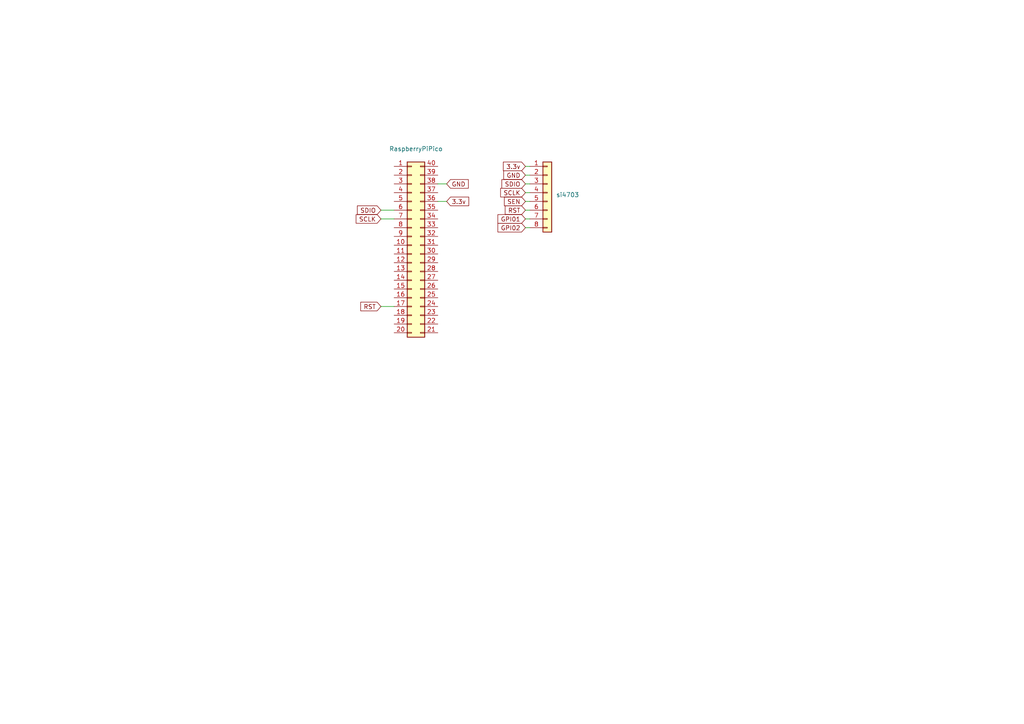
<source format=kicad_sch>
(kicad_sch (version 20230121) (generator eeschema)

  (uuid f756c55a-e355-4b82-a8b4-fc09d6ac3dbb)

  (paper "A4")

  (title_block
    (title "Raspberry Pi Pico RDS")
    (date "2024-12-26")
    (rev "1.0")
    (company "SA6HBR")
  )

  (lib_symbols
    (symbol "Connector_Generic:Conn_01x08" (pin_names (offset 1.016) hide) (in_bom yes) (on_board yes)
      (property "Reference" "J" (at 0 10.16 0)
        (effects (font (size 1.27 1.27)))
      )
      (property "Value" "Conn_01x08" (at 0 -12.7 0)
        (effects (font (size 1.27 1.27)))
      )
      (property "Footprint" "" (at 0 0 0)
        (effects (font (size 1.27 1.27)) hide)
      )
      (property "Datasheet" "~" (at 0 0 0)
        (effects (font (size 1.27 1.27)) hide)
      )
      (property "ki_keywords" "connector" (at 0 0 0)
        (effects (font (size 1.27 1.27)) hide)
      )
      (property "ki_description" "Generic connector, single row, 01x08, script generated (kicad-library-utils/schlib/autogen/connector/)" (at 0 0 0)
        (effects (font (size 1.27 1.27)) hide)
      )
      (property "ki_fp_filters" "Connector*:*_1x??_*" (at 0 0 0)
        (effects (font (size 1.27 1.27)) hide)
      )
      (symbol "Conn_01x08_1_1"
        (rectangle (start -1.27 -10.033) (end 0 -10.287)
          (stroke (width 0.1524) (type default))
          (fill (type none))
        )
        (rectangle (start -1.27 -7.493) (end 0 -7.747)
          (stroke (width 0.1524) (type default))
          (fill (type none))
        )
        (rectangle (start -1.27 -4.953) (end 0 -5.207)
          (stroke (width 0.1524) (type default))
          (fill (type none))
        )
        (rectangle (start -1.27 -2.413) (end 0 -2.667)
          (stroke (width 0.1524) (type default))
          (fill (type none))
        )
        (rectangle (start -1.27 0.127) (end 0 -0.127)
          (stroke (width 0.1524) (type default))
          (fill (type none))
        )
        (rectangle (start -1.27 2.667) (end 0 2.413)
          (stroke (width 0.1524) (type default))
          (fill (type none))
        )
        (rectangle (start -1.27 5.207) (end 0 4.953)
          (stroke (width 0.1524) (type default))
          (fill (type none))
        )
        (rectangle (start -1.27 7.747) (end 0 7.493)
          (stroke (width 0.1524) (type default))
          (fill (type none))
        )
        (rectangle (start -1.27 8.89) (end 1.27 -11.43)
          (stroke (width 0.254) (type default))
          (fill (type background))
        )
        (pin passive line (at -5.08 7.62 0) (length 3.81)
          (name "Pin_1" (effects (font (size 1.27 1.27))))
          (number "1" (effects (font (size 1.27 1.27))))
        )
        (pin passive line (at -5.08 5.08 0) (length 3.81)
          (name "Pin_2" (effects (font (size 1.27 1.27))))
          (number "2" (effects (font (size 1.27 1.27))))
        )
        (pin passive line (at -5.08 2.54 0) (length 3.81)
          (name "Pin_3" (effects (font (size 1.27 1.27))))
          (number "3" (effects (font (size 1.27 1.27))))
        )
        (pin passive line (at -5.08 0 0) (length 3.81)
          (name "Pin_4" (effects (font (size 1.27 1.27))))
          (number "4" (effects (font (size 1.27 1.27))))
        )
        (pin passive line (at -5.08 -2.54 0) (length 3.81)
          (name "Pin_5" (effects (font (size 1.27 1.27))))
          (number "5" (effects (font (size 1.27 1.27))))
        )
        (pin passive line (at -5.08 -5.08 0) (length 3.81)
          (name "Pin_6" (effects (font (size 1.27 1.27))))
          (number "6" (effects (font (size 1.27 1.27))))
        )
        (pin passive line (at -5.08 -7.62 0) (length 3.81)
          (name "Pin_7" (effects (font (size 1.27 1.27))))
          (number "7" (effects (font (size 1.27 1.27))))
        )
        (pin passive line (at -5.08 -10.16 0) (length 3.81)
          (name "Pin_8" (effects (font (size 1.27 1.27))))
          (number "8" (effects (font (size 1.27 1.27))))
        )
      )
    )
    (symbol "Connector_Generic:Conn_02x20_Counter_Clockwise" (pin_names (offset 1.016) hide) (in_bom yes) (on_board yes)
      (property "Reference" "J" (at 1.27 25.4 0)
        (effects (font (size 1.27 1.27)))
      )
      (property "Value" "Conn_02x20_Counter_Clockwise" (at 1.27 -27.94 0)
        (effects (font (size 1.27 1.27)))
      )
      (property "Footprint" "" (at 0 0 0)
        (effects (font (size 1.27 1.27)) hide)
      )
      (property "Datasheet" "~" (at 0 0 0)
        (effects (font (size 1.27 1.27)) hide)
      )
      (property "ki_keywords" "connector" (at 0 0 0)
        (effects (font (size 1.27 1.27)) hide)
      )
      (property "ki_description" "Generic connector, double row, 02x20, counter clockwise pin numbering scheme (similar to DIP package numbering), script generated (kicad-library-utils/schlib/autogen/connector/)" (at 0 0 0)
        (effects (font (size 1.27 1.27)) hide)
      )
      (property "ki_fp_filters" "Connector*:*_2x??_*" (at 0 0 0)
        (effects (font (size 1.27 1.27)) hide)
      )
      (symbol "Conn_02x20_Counter_Clockwise_1_1"
        (rectangle (start -1.27 -25.273) (end 0 -25.527)
          (stroke (width 0.1524) (type default))
          (fill (type none))
        )
        (rectangle (start -1.27 -22.733) (end 0 -22.987)
          (stroke (width 0.1524) (type default))
          (fill (type none))
        )
        (rectangle (start -1.27 -20.193) (end 0 -20.447)
          (stroke (width 0.1524) (type default))
          (fill (type none))
        )
        (rectangle (start -1.27 -17.653) (end 0 -17.907)
          (stroke (width 0.1524) (type default))
          (fill (type none))
        )
        (rectangle (start -1.27 -15.113) (end 0 -15.367)
          (stroke (width 0.1524) (type default))
          (fill (type none))
        )
        (rectangle (start -1.27 -12.573) (end 0 -12.827)
          (stroke (width 0.1524) (type default))
          (fill (type none))
        )
        (rectangle (start -1.27 -10.033) (end 0 -10.287)
          (stroke (width 0.1524) (type default))
          (fill (type none))
        )
        (rectangle (start -1.27 -7.493) (end 0 -7.747)
          (stroke (width 0.1524) (type default))
          (fill (type none))
        )
        (rectangle (start -1.27 -4.953) (end 0 -5.207)
          (stroke (width 0.1524) (type default))
          (fill (type none))
        )
        (rectangle (start -1.27 -2.413) (end 0 -2.667)
          (stroke (width 0.1524) (type default))
          (fill (type none))
        )
        (rectangle (start -1.27 0.127) (end 0 -0.127)
          (stroke (width 0.1524) (type default))
          (fill (type none))
        )
        (rectangle (start -1.27 2.667) (end 0 2.413)
          (stroke (width 0.1524) (type default))
          (fill (type none))
        )
        (rectangle (start -1.27 5.207) (end 0 4.953)
          (stroke (width 0.1524) (type default))
          (fill (type none))
        )
        (rectangle (start -1.27 7.747) (end 0 7.493)
          (stroke (width 0.1524) (type default))
          (fill (type none))
        )
        (rectangle (start -1.27 10.287) (end 0 10.033)
          (stroke (width 0.1524) (type default))
          (fill (type none))
        )
        (rectangle (start -1.27 12.827) (end 0 12.573)
          (stroke (width 0.1524) (type default))
          (fill (type none))
        )
        (rectangle (start -1.27 15.367) (end 0 15.113)
          (stroke (width 0.1524) (type default))
          (fill (type none))
        )
        (rectangle (start -1.27 17.907) (end 0 17.653)
          (stroke (width 0.1524) (type default))
          (fill (type none))
        )
        (rectangle (start -1.27 20.447) (end 0 20.193)
          (stroke (width 0.1524) (type default))
          (fill (type none))
        )
        (rectangle (start -1.27 22.987) (end 0 22.733)
          (stroke (width 0.1524) (type default))
          (fill (type none))
        )
        (rectangle (start -1.27 24.13) (end 3.81 -26.67)
          (stroke (width 0.254) (type default))
          (fill (type background))
        )
        (rectangle (start 3.81 -25.273) (end 2.54 -25.527)
          (stroke (width 0.1524) (type default))
          (fill (type none))
        )
        (rectangle (start 3.81 -22.733) (end 2.54 -22.987)
          (stroke (width 0.1524) (type default))
          (fill (type none))
        )
        (rectangle (start 3.81 -20.193) (end 2.54 -20.447)
          (stroke (width 0.1524) (type default))
          (fill (type none))
        )
        (rectangle (start 3.81 -17.653) (end 2.54 -17.907)
          (stroke (width 0.1524) (type default))
          (fill (type none))
        )
        (rectangle (start 3.81 -15.113) (end 2.54 -15.367)
          (stroke (width 0.1524) (type default))
          (fill (type none))
        )
        (rectangle (start 3.81 -12.573) (end 2.54 -12.827)
          (stroke (width 0.1524) (type default))
          (fill (type none))
        )
        (rectangle (start 3.81 -10.033) (end 2.54 -10.287)
          (stroke (width 0.1524) (type default))
          (fill (type none))
        )
        (rectangle (start 3.81 -7.493) (end 2.54 -7.747)
          (stroke (width 0.1524) (type default))
          (fill (type none))
        )
        (rectangle (start 3.81 -4.953) (end 2.54 -5.207)
          (stroke (width 0.1524) (type default))
          (fill (type none))
        )
        (rectangle (start 3.81 -2.413) (end 2.54 -2.667)
          (stroke (width 0.1524) (type default))
          (fill (type none))
        )
        (rectangle (start 3.81 0.127) (end 2.54 -0.127)
          (stroke (width 0.1524) (type default))
          (fill (type none))
        )
        (rectangle (start 3.81 2.667) (end 2.54 2.413)
          (stroke (width 0.1524) (type default))
          (fill (type none))
        )
        (rectangle (start 3.81 5.207) (end 2.54 4.953)
          (stroke (width 0.1524) (type default))
          (fill (type none))
        )
        (rectangle (start 3.81 7.747) (end 2.54 7.493)
          (stroke (width 0.1524) (type default))
          (fill (type none))
        )
        (rectangle (start 3.81 10.287) (end 2.54 10.033)
          (stroke (width 0.1524) (type default))
          (fill (type none))
        )
        (rectangle (start 3.81 12.827) (end 2.54 12.573)
          (stroke (width 0.1524) (type default))
          (fill (type none))
        )
        (rectangle (start 3.81 15.367) (end 2.54 15.113)
          (stroke (width 0.1524) (type default))
          (fill (type none))
        )
        (rectangle (start 3.81 17.907) (end 2.54 17.653)
          (stroke (width 0.1524) (type default))
          (fill (type none))
        )
        (rectangle (start 3.81 20.447) (end 2.54 20.193)
          (stroke (width 0.1524) (type default))
          (fill (type none))
        )
        (rectangle (start 3.81 22.987) (end 2.54 22.733)
          (stroke (width 0.1524) (type default))
          (fill (type none))
        )
        (pin passive line (at -5.08 22.86 0) (length 3.81)
          (name "Pin_1" (effects (font (size 1.27 1.27))))
          (number "1" (effects (font (size 1.27 1.27))))
        )
        (pin passive line (at -5.08 0 0) (length 3.81)
          (name "Pin_10" (effects (font (size 1.27 1.27))))
          (number "10" (effects (font (size 1.27 1.27))))
        )
        (pin passive line (at -5.08 -2.54 0) (length 3.81)
          (name "Pin_11" (effects (font (size 1.27 1.27))))
          (number "11" (effects (font (size 1.27 1.27))))
        )
        (pin passive line (at -5.08 -5.08 0) (length 3.81)
          (name "Pin_12" (effects (font (size 1.27 1.27))))
          (number "12" (effects (font (size 1.27 1.27))))
        )
        (pin passive line (at -5.08 -7.62 0) (length 3.81)
          (name "Pin_13" (effects (font (size 1.27 1.27))))
          (number "13" (effects (font (size 1.27 1.27))))
        )
        (pin passive line (at -5.08 -10.16 0) (length 3.81)
          (name "Pin_14" (effects (font (size 1.27 1.27))))
          (number "14" (effects (font (size 1.27 1.27))))
        )
        (pin passive line (at -5.08 -12.7 0) (length 3.81)
          (name "Pin_15" (effects (font (size 1.27 1.27))))
          (number "15" (effects (font (size 1.27 1.27))))
        )
        (pin passive line (at -5.08 -15.24 0) (length 3.81)
          (name "Pin_16" (effects (font (size 1.27 1.27))))
          (number "16" (effects (font (size 1.27 1.27))))
        )
        (pin passive line (at -5.08 -17.78 0) (length 3.81)
          (name "Pin_17" (effects (font (size 1.27 1.27))))
          (number "17" (effects (font (size 1.27 1.27))))
        )
        (pin passive line (at -5.08 -20.32 0) (length 3.81)
          (name "Pin_18" (effects (font (size 1.27 1.27))))
          (number "18" (effects (font (size 1.27 1.27))))
        )
        (pin passive line (at -5.08 -22.86 0) (length 3.81)
          (name "Pin_19" (effects (font (size 1.27 1.27))))
          (number "19" (effects (font (size 1.27 1.27))))
        )
        (pin passive line (at -5.08 20.32 0) (length 3.81)
          (name "Pin_2" (effects (font (size 1.27 1.27))))
          (number "2" (effects (font (size 1.27 1.27))))
        )
        (pin passive line (at -5.08 -25.4 0) (length 3.81)
          (name "Pin_20" (effects (font (size 1.27 1.27))))
          (number "20" (effects (font (size 1.27 1.27))))
        )
        (pin passive line (at 7.62 -25.4 180) (length 3.81)
          (name "Pin_21" (effects (font (size 1.27 1.27))))
          (number "21" (effects (font (size 1.27 1.27))))
        )
        (pin passive line (at 7.62 -22.86 180) (length 3.81)
          (name "Pin_22" (effects (font (size 1.27 1.27))))
          (number "22" (effects (font (size 1.27 1.27))))
        )
        (pin passive line (at 7.62 -20.32 180) (length 3.81)
          (name "Pin_23" (effects (font (size 1.27 1.27))))
          (number "23" (effects (font (size 1.27 1.27))))
        )
        (pin passive line (at 7.62 -17.78 180) (length 3.81)
          (name "Pin_24" (effects (font (size 1.27 1.27))))
          (number "24" (effects (font (size 1.27 1.27))))
        )
        (pin passive line (at 7.62 -15.24 180) (length 3.81)
          (name "Pin_25" (effects (font (size 1.27 1.27))))
          (number "25" (effects (font (size 1.27 1.27))))
        )
        (pin passive line (at 7.62 -12.7 180) (length 3.81)
          (name "Pin_26" (effects (font (size 1.27 1.27))))
          (number "26" (effects (font (size 1.27 1.27))))
        )
        (pin passive line (at 7.62 -10.16 180) (length 3.81)
          (name "Pin_27" (effects (font (size 1.27 1.27))))
          (number "27" (effects (font (size 1.27 1.27))))
        )
        (pin passive line (at 7.62 -7.62 180) (length 3.81)
          (name "Pin_28" (effects (font (size 1.27 1.27))))
          (number "28" (effects (font (size 1.27 1.27))))
        )
        (pin passive line (at 7.62 -5.08 180) (length 3.81)
          (name "Pin_29" (effects (font (size 1.27 1.27))))
          (number "29" (effects (font (size 1.27 1.27))))
        )
        (pin passive line (at -5.08 17.78 0) (length 3.81)
          (name "Pin_3" (effects (font (size 1.27 1.27))))
          (number "3" (effects (font (size 1.27 1.27))))
        )
        (pin passive line (at 7.62 -2.54 180) (length 3.81)
          (name "Pin_30" (effects (font (size 1.27 1.27))))
          (number "30" (effects (font (size 1.27 1.27))))
        )
        (pin passive line (at 7.62 0 180) (length 3.81)
          (name "Pin_31" (effects (font (size 1.27 1.27))))
          (number "31" (effects (font (size 1.27 1.27))))
        )
        (pin passive line (at 7.62 2.54 180) (length 3.81)
          (name "Pin_32" (effects (font (size 1.27 1.27))))
          (number "32" (effects (font (size 1.27 1.27))))
        )
        (pin passive line (at 7.62 5.08 180) (length 3.81)
          (name "Pin_33" (effects (font (size 1.27 1.27))))
          (number "33" (effects (font (size 1.27 1.27))))
        )
        (pin passive line (at 7.62 7.62 180) (length 3.81)
          (name "Pin_34" (effects (font (size 1.27 1.27))))
          (number "34" (effects (font (size 1.27 1.27))))
        )
        (pin passive line (at 7.62 10.16 180) (length 3.81)
          (name "Pin_35" (effects (font (size 1.27 1.27))))
          (number "35" (effects (font (size 1.27 1.27))))
        )
        (pin passive line (at 7.62 12.7 180) (length 3.81)
          (name "Pin_36" (effects (font (size 1.27 1.27))))
          (number "36" (effects (font (size 1.27 1.27))))
        )
        (pin passive line (at 7.62 15.24 180) (length 3.81)
          (name "Pin_37" (effects (font (size 1.27 1.27))))
          (number "37" (effects (font (size 1.27 1.27))))
        )
        (pin passive line (at 7.62 17.78 180) (length 3.81)
          (name "Pin_38" (effects (font (size 1.27 1.27))))
          (number "38" (effects (font (size 1.27 1.27))))
        )
        (pin passive line (at 7.62 20.32 180) (length 3.81)
          (name "Pin_39" (effects (font (size 1.27 1.27))))
          (number "39" (effects (font (size 1.27 1.27))))
        )
        (pin passive line (at -5.08 15.24 0) (length 3.81)
          (name "Pin_4" (effects (font (size 1.27 1.27))))
          (number "4" (effects (font (size 1.27 1.27))))
        )
        (pin passive line (at 7.62 22.86 180) (length 3.81)
          (name "Pin_40" (effects (font (size 1.27 1.27))))
          (number "40" (effects (font (size 1.27 1.27))))
        )
        (pin passive line (at -5.08 12.7 0) (length 3.81)
          (name "Pin_5" (effects (font (size 1.27 1.27))))
          (number "5" (effects (font (size 1.27 1.27))))
        )
        (pin passive line (at -5.08 10.16 0) (length 3.81)
          (name "Pin_6" (effects (font (size 1.27 1.27))))
          (number "6" (effects (font (size 1.27 1.27))))
        )
        (pin passive line (at -5.08 7.62 0) (length 3.81)
          (name "Pin_7" (effects (font (size 1.27 1.27))))
          (number "7" (effects (font (size 1.27 1.27))))
        )
        (pin passive line (at -5.08 5.08 0) (length 3.81)
          (name "Pin_8" (effects (font (size 1.27 1.27))))
          (number "8" (effects (font (size 1.27 1.27))))
        )
        (pin passive line (at -5.08 2.54 0) (length 3.81)
          (name "Pin_9" (effects (font (size 1.27 1.27))))
          (number "9" (effects (font (size 1.27 1.27))))
        )
      )
    )
  )


  (wire (pts (xy 152.4 58.42) (xy 153.67 58.42))
    (stroke (width 0) (type default))
    (uuid 0cbf395b-948a-446b-b729-d5ea19bfefb6)
  )
  (wire (pts (xy 152.4 48.26) (xy 153.67 48.26))
    (stroke (width 0) (type default))
    (uuid 231e60dc-e40f-49d5-a0e1-326b2ea3e1f6)
  )
  (wire (pts (xy 127 58.42) (xy 129.54 58.42))
    (stroke (width 0) (type default))
    (uuid 24874bb0-3538-4864-a8cb-8877a7c5b725)
  )
  (wire (pts (xy 152.4 55.88) (xy 153.67 55.88))
    (stroke (width 0) (type default))
    (uuid 2a9e92f3-2bd7-4fe2-9f11-09ba85fb4af7)
  )
  (wire (pts (xy 127 53.34) (xy 129.54 53.34))
    (stroke (width 0) (type default))
    (uuid 2d542efa-9071-4850-9049-2e210e1f52ed)
  )
  (wire (pts (xy 152.4 66.04) (xy 153.67 66.04))
    (stroke (width 0) (type default))
    (uuid 59694395-6d0f-4cf2-8abf-7708cbd3e205)
  )
  (wire (pts (xy 110.49 63.5) (xy 114.3 63.5))
    (stroke (width 0) (type default))
    (uuid 609c46e6-bdf0-4d23-9b29-c19daa2a3a2a)
  )
  (wire (pts (xy 152.4 63.5) (xy 153.67 63.5))
    (stroke (width 0) (type default))
    (uuid 6861c056-7c40-441c-b258-36a459bd166d)
  )
  (wire (pts (xy 110.49 88.9) (xy 114.3 88.9))
    (stroke (width 0) (type default))
    (uuid 95b702c5-9857-41c6-8ebf-800adf374f35)
  )
  (wire (pts (xy 152.4 60.96) (xy 153.67 60.96))
    (stroke (width 0) (type default))
    (uuid a173995a-8f7c-4308-97ca-995e2b022722)
  )
  (wire (pts (xy 110.49 60.96) (xy 114.3 60.96))
    (stroke (width 0) (type default))
    (uuid d8f2d6b4-b6fb-4eec-a51f-e62dd1a9e6b1)
  )
  (wire (pts (xy 152.4 50.8) (xy 153.67 50.8))
    (stroke (width 0) (type default))
    (uuid df15937c-7c28-4b37-bcc9-9ce5d14b3bc9)
  )
  (wire (pts (xy 152.4 53.34) (xy 153.67 53.34))
    (stroke (width 0) (type default))
    (uuid f914bda1-28f5-493a-ae98-b0a0d72c6df2)
  )

  (global_label "SDIO" (shape input) (at 110.49 60.96 180) (fields_autoplaced)
    (effects (font (size 1.27 1.27)) (justify right))
    (uuid 2938557d-aed8-4f48-9efb-6026d20e9950)
    (property "Intersheetrefs" "${INTERSHEET_REFS}" (at 103.1694 60.96 0)
      (effects (font (size 1.27 1.27)) (justify right) hide)
    )
  )
  (global_label "GPI01" (shape input) (at 152.4 63.5 180) (fields_autoplaced)
    (effects (font (size 1.27 1.27)) (justify right))
    (uuid 3effd069-e520-4cab-bf6e-f09bc205caac)
    (property "Intersheetrefs" "${INTERSHEET_REFS}" (at 143.9304 63.5 0)
      (effects (font (size 1.27 1.27)) (justify right) hide)
    )
  )
  (global_label "GND" (shape input) (at 152.4 50.8 180) (fields_autoplaced)
    (effects (font (size 1.27 1.27)) (justify right))
    (uuid 3ff8dca4-a598-45af-ad5d-b54c7d7c071d)
    (property "Intersheetrefs" "${INTERSHEET_REFS}" (at 145.6237 50.8 0)
      (effects (font (size 1.27 1.27)) (justify right) hide)
    )
  )
  (global_label "SDIO" (shape input) (at 152.4 53.34 180) (fields_autoplaced)
    (effects (font (size 1.27 1.27)) (justify right))
    (uuid 5f5870d4-c60f-4a4b-ba81-d4f231920510)
    (property "Intersheetrefs" "${INTERSHEET_REFS}" (at 145.0794 53.34 0)
      (effects (font (size 1.27 1.27)) (justify right) hide)
    )
  )
  (global_label "3.3v" (shape input) (at 152.4 48.26 180) (fields_autoplaced)
    (effects (font (size 1.27 1.27)) (justify right))
    (uuid 80ea94e9-eb97-4fa8-b32f-b9677b2f1e68)
    (property "Intersheetrefs" "${INTERSHEET_REFS}" (at 145.5028 48.26 0)
      (effects (font (size 1.27 1.27)) (justify right) hide)
    )
  )
  (global_label "SEN" (shape input) (at 152.4 58.42 180) (fields_autoplaced)
    (effects (font (size 1.27 1.27)) (justify right))
    (uuid 93a9b122-46e3-4b10-8878-27d3f40211a6)
    (property "Intersheetrefs" "${INTERSHEET_REFS}" (at 145.8052 58.42 0)
      (effects (font (size 1.27 1.27)) (justify right) hide)
    )
  )
  (global_label "RST" (shape input) (at 152.4 60.96 180) (fields_autoplaced)
    (effects (font (size 1.27 1.27)) (justify right))
    (uuid a20effb2-9d42-49f3-a49d-39959abefb3c)
    (property "Intersheetrefs" "${INTERSHEET_REFS}" (at 146.0471 60.96 0)
      (effects (font (size 1.27 1.27)) (justify right) hide)
    )
  )
  (global_label "GPI02" (shape input) (at 152.4 66.04 180) (fields_autoplaced)
    (effects (font (size 1.27 1.27)) (justify right))
    (uuid bc011947-326b-411d-ab6e-9fbe18dfb544)
    (property "Intersheetrefs" "${INTERSHEET_REFS}" (at 143.9304 66.04 0)
      (effects (font (size 1.27 1.27)) (justify right) hide)
    )
  )
  (global_label "3.3v" (shape input) (at 129.54 58.42 0) (fields_autoplaced)
    (effects (font (size 1.27 1.27)) (justify left))
    (uuid be1e769f-af0a-4418-9dba-f3c619da0b37)
    (property "Intersheetrefs" "${INTERSHEET_REFS}" (at 136.4372 58.42 0)
      (effects (font (size 1.27 1.27)) (justify left) hide)
    )
  )
  (global_label "GND" (shape input) (at 129.54 53.34 0) (fields_autoplaced)
    (effects (font (size 1.27 1.27)) (justify left))
    (uuid cdd14687-d5f2-4d58-8299-51128f540067)
    (property "Intersheetrefs" "${INTERSHEET_REFS}" (at 136.3163 53.34 0)
      (effects (font (size 1.27 1.27)) (justify left) hide)
    )
  )
  (global_label "SCLK" (shape input) (at 110.49 63.5 180) (fields_autoplaced)
    (effects (font (size 1.27 1.27)) (justify right))
    (uuid e60dd4d4-53ec-4476-be53-fec71ee48ac1)
    (property "Intersheetrefs" "${INTERSHEET_REFS}" (at 102.8066 63.5 0)
      (effects (font (size 1.27 1.27)) (justify right) hide)
    )
  )
  (global_label "RST" (shape input) (at 110.49 88.9 180) (fields_autoplaced)
    (effects (font (size 1.27 1.27)) (justify right))
    (uuid f2493353-5fcc-45bf-99d5-e0ab12e7aec4)
    (property "Intersheetrefs" "${INTERSHEET_REFS}" (at 104.1371 88.9 0)
      (effects (font (size 1.27 1.27)) (justify right) hide)
    )
  )
  (global_label "SCLK" (shape input) (at 152.4 55.88 180) (fields_autoplaced)
    (effects (font (size 1.27 1.27)) (justify right))
    (uuid f829e89f-a872-44bb-bf64-2433d805f4c1)
    (property "Intersheetrefs" "${INTERSHEET_REFS}" (at 144.7166 55.88 0)
      (effects (font (size 1.27 1.27)) (justify right) hide)
    )
  )

  (symbol (lib_id "Connector_Generic:Conn_01x08") (at 158.75 55.88 0) (unit 1)
    (in_bom yes) (on_board yes) (dnp no) (fields_autoplaced)
    (uuid 194f068c-ff2d-43fb-9773-b3004a689f4a)
    (property "Reference" "si4703" (at 161.29 56.515 0)
      (effects (font (size 1.27 1.27)) (justify left))
    )
    (property "Value" "si4703" (at 161.29 59.055 0)
      (effects (font (size 1.27 1.27)) (justify left) hide)
    )
    (property "Footprint" "" (at 158.75 55.88 0)
      (effects (font (size 1.27 1.27)) hide)
    )
    (property "Datasheet" "~" (at 158.75 55.88 0)
      (effects (font (size 1.27 1.27)) hide)
    )
    (pin "1" (uuid a4748259-c26f-4752-8ed8-e55a9f5f370e))
    (pin "2" (uuid 442969f1-671b-4bff-b217-2aa5caf26e08))
    (pin "3" (uuid 50d58080-0a2f-431c-9580-f4e9c518607c))
    (pin "4" (uuid 97d1e618-b752-4284-afad-45b3866750d7))
    (pin "5" (uuid b941f7d4-eedb-48dc-ba96-41d94b62336b))
    (pin "6" (uuid 9a9dc7cb-11ac-4936-889e-26c879f8b24f))
    (pin "7" (uuid c791b862-e512-44c1-943c-8b37f0a4c38e))
    (pin "8" (uuid a848924a-2441-4646-97a0-729053efde54))
    (instances
      (project "raspberryPiPicoRDS"
        (path "/f756c55a-e355-4b82-a8b4-fc09d6ac3dbb"
          (reference "si4703") (unit 1)
        )
      )
    )
  )

  (symbol (lib_id "Connector_Generic:Conn_02x20_Counter_Clockwise") (at 119.38 71.12 0) (unit 1)
    (in_bom yes) (on_board yes) (dnp no) (fields_autoplaced)
    (uuid b5579cec-05d9-4c6b-a154-a12ea21d7637)
    (property "Reference" "RaspberryPiPico" (at 120.65 43.18 0)
      (effects (font (size 1.27 1.27)))
    )
    (property "Value" "RaspberryPiPico" (at 120.65 45.72 0)
      (effects (font (size 1.27 1.27)) hide)
    )
    (property "Footprint" "" (at 119.38 71.12 0)
      (effects (font (size 1.27 1.27)) hide)
    )
    (property "Datasheet" "~" (at 119.38 71.12 0)
      (effects (font (size 1.27 1.27)) hide)
    )
    (pin "1" (uuid d51b076e-b7f5-4b86-a391-937a98aebc3a))
    (pin "10" (uuid e003b2d4-5108-45b0-9746-36981ae3d71e))
    (pin "11" (uuid 8dff05d8-e620-47e2-b032-ce92f838730a))
    (pin "12" (uuid 765211f4-dbc9-4529-984e-290b77baee01))
    (pin "13" (uuid 828c5363-6569-4fbb-9687-37e915ee4d41))
    (pin "14" (uuid 75ec8745-f086-46d2-b85a-3e39b61a4445))
    (pin "15" (uuid 9377c2e0-4b09-4e82-aa51-7a3f06274f77))
    (pin "16" (uuid 3301b0dd-9125-4d54-bf02-5b8b4808c960))
    (pin "17" (uuid c3dade2b-9024-4321-8642-fdb88e0f2094))
    (pin "18" (uuid f7d4d670-9144-4a5a-a0e9-242783cbd241))
    (pin "19" (uuid fc02c526-de50-4f40-b490-c0fb509decc1))
    (pin "2" (uuid cd644153-3ba8-4693-be85-30facd1e7491))
    (pin "20" (uuid 06b101b6-a23f-46e9-9e8a-0c3c8db7de76))
    (pin "21" (uuid 5e29366f-6f45-4801-b915-87092654f594))
    (pin "22" (uuid b4e36081-12fe-45fb-bf7d-0df3e286c633))
    (pin "23" (uuid 6870f66d-d3e7-477a-87a4-0c558c7801cc))
    (pin "24" (uuid 8baaa69e-ca86-4784-aa3d-e1d90ed1bc03))
    (pin "25" (uuid 1e5c7bbc-2488-4cdf-9c54-380de1b9c4ef))
    (pin "26" (uuid c1a19105-0f5c-484a-9035-f1e24000d40d))
    (pin "27" (uuid 91cabb93-51c9-4c2d-b54e-c877f70c6d71))
    (pin "28" (uuid d2bad8a2-2f9a-407f-ae89-7c1ab63a4568))
    (pin "29" (uuid 657acaaf-b5bb-454d-bb3a-24e52a36175d))
    (pin "3" (uuid f9075e55-7f43-4b25-b06c-1c51aef6b1ef))
    (pin "30" (uuid 84ddd697-ce17-4e55-8c4b-10b64e0678bb))
    (pin "31" (uuid 4a54e403-2aae-481f-87b9-66414e435c7c))
    (pin "32" (uuid 5b74594c-315d-4b92-a5b8-50c2770e9a02))
    (pin "33" (uuid 57424140-3d49-48f4-bc6a-dcc27daa5562))
    (pin "34" (uuid 719caffd-a95c-4997-a3e3-941bc71603ec))
    (pin "35" (uuid ff0a6da7-2023-4768-96ac-5e4546d2e536))
    (pin "36" (uuid eeb71c13-5343-4221-8eb0-9b625d581aef))
    (pin "37" (uuid a3bfedc3-d2fb-41ea-ae41-4836ee2f5e0a))
    (pin "38" (uuid 3df8d87c-66f9-473c-9352-7729f979b992))
    (pin "39" (uuid 4b1a1dca-0102-45e4-b8fb-aeddf5ac290f))
    (pin "4" (uuid bc6a9d28-5d3a-4c8d-9dc4-585cb9110155))
    (pin "40" (uuid db38d5c3-c377-433d-a0bf-f0c5e4cb42ac))
    (pin "5" (uuid d531940c-7be1-4203-9481-f83cdfcad259))
    (pin "6" (uuid 12f4f86f-4296-4f22-8207-ca4eaf2ddad4))
    (pin "7" (uuid f8a5c3aa-10be-4e01-b0bd-71d847aa922b))
    (pin "8" (uuid 2a0ccc75-1f0d-4b49-acdc-1645930f9d14))
    (pin "9" (uuid 9eaafd84-d5d8-43cb-bc60-18557a957739))
    (instances
      (project "raspberryPiPicoRDS"
        (path "/f756c55a-e355-4b82-a8b4-fc09d6ac3dbb"
          (reference "RaspberryPiPico") (unit 1)
        )
      )
    )
  )

  (sheet_instances
    (path "/" (page "1"))
  )
)

</source>
